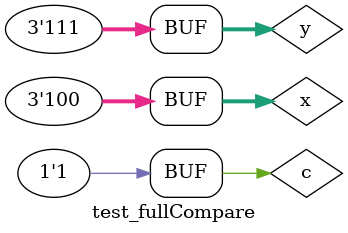
<source format=v>
module compare (output s, input a, input b, input c);
   wire s0, s1, s2, s3;

   xor XOR1 (s0, a, b);
   xor XOR2 (s1, a, c);
   xor XOR3 (s2, b, c);
   or OR1 (s3, s0, s1);
   or OR2 (s, s2, s3);

endmodule

module fullCompare (output [2:0] s, input [2:0] a, input [2:0] b, input c);

   compare COM1 (s[0], a[0], b[0], c);
   compare COM2 (s[1], a[1], b[1], c);
   compare COM3 (s[2], a[2], b[2], c);

endmodule

module test_fullCompare;

   reg [2:0] x;
   reg [2:0] y;
   reg c;
   wire [2:0] s;

   fullCompare FULL (s, x, y, c);

initial begin
   $display("Exemplo0024 - Breno Macena - 462017");
   $display("Test ALUs full compare");

#1 x = 3'b000; y = 3'b000; c = 0;
#1 $monitor("%b  %b  %b = %b",x,y,c,s);

#1 x = 3'b000; y = 3'b000; c = 0;
#1 x = 3'b001; y = 3'b000; c = 0;
#1 x = 3'b010; y = 3'b000; c = 0;
#1 x = 3'b100; y = 3'b000; c = 0;
#1 x = 3'b111; y = 3'b111; c = 1;
#1 x = 3'b110; y = 3'b111; c = 1;
#1 x = 3'b101; y = 3'b111; c = 1;
#1 x = 3'b100; y = 3'b111; c = 1;

end
endmodule
</source>
